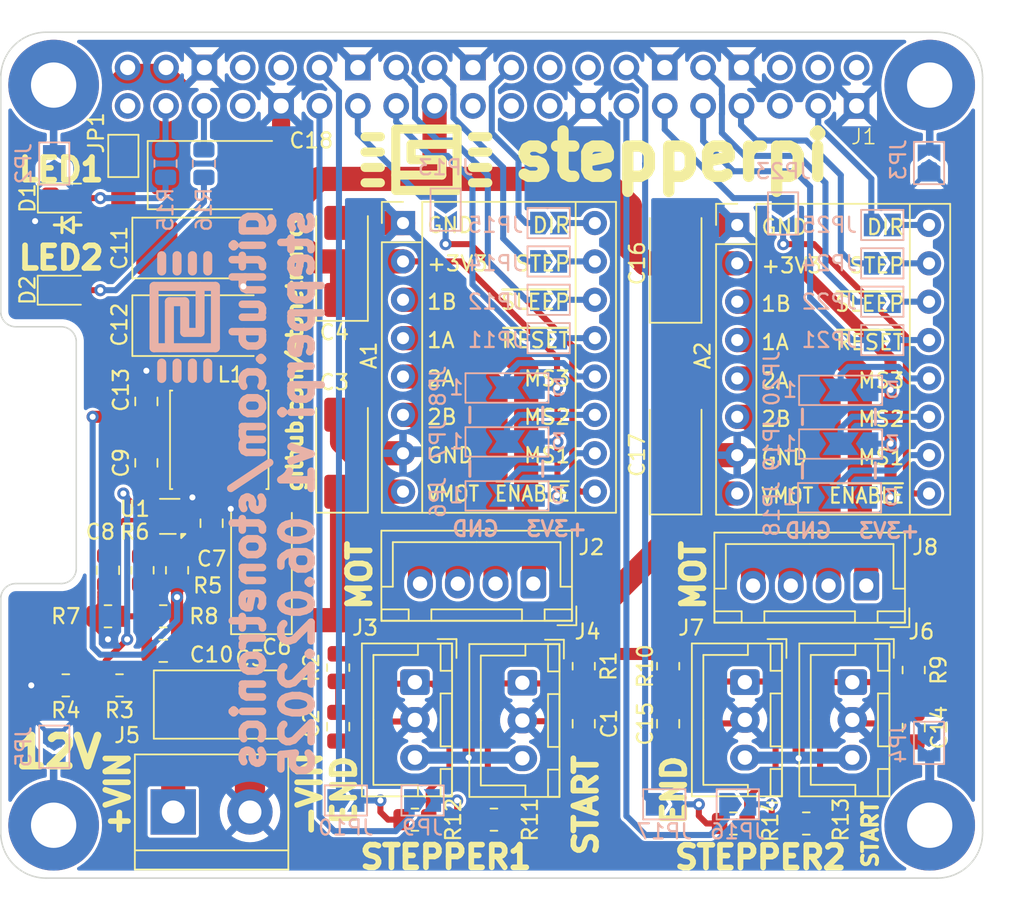
<source format=kicad_pcb>
(kicad_pcb (version 20241229) (generator "pcbnew") (generator_version "9.0")
  (layers (0 "F.Cu" signal) (2 "B.Cu" signal) (13 "F.Paste" user) (15 "B.Paste" user) (5 "F.SilkS" user "F.Silkscreen") (7 "B.SilkS" user "B.Silkscreen") (1 "F.Mask" user) (3 "B.Mask" user) (25 "Edge.Cuts" user))
  (net 0 "")
  (net 1 "+3V3")
  (net 6 "Net-(D1-A)")
  (net 8 "Net-(D2-A)")
  (net 9 "GND")
  (net 10 "/LED1")
  (net 11 "Net-(A1-2B)")
  (net 12 "/LED2")
  (net 13 "Net-(A1-2A)")
  (net 14 "Net-(A1-1A)")
  (net 19 "Net-(A1-1B)")
  (net 22 "VIN")
  (net 24 "+5V")
  (net 26 "Net-(A1-DIR)")
  (net 27 "Net-(A1-~{ENABLE})")
  (net 28 "Net-(A1-STEP)")
  (net 29 "Net-(A1-MS1)")
  (net 30 "Net-(A1-~{SLEEP})")
  (net 31 "Net-(A1-MS2)")
  (net 32 "Net-(A1-~{RESET})")
  (net 33 "Net-(A1-MS3)")
  (net 34 "Net-(J4-Pin_1)")
  (net 35 "Net-(J3-Pin_1)")
  (net 36 "Net-(JP3-B)")
  (net 37 "Net-(JP2-B)")
  (net 38 "Net-(JP4-B)")
  (net 39 "Net-(JP5-B)")
  (net 40 "/STEPPER1_START_ES")
  (net 41 "/STEPPER1_END_ES")
  (net 42 "/STEPPER1_~{RESET}")
  (net 43 "/STEPPER1_~{SLEEP}")
  (net 44 "/STEPPER1_~{ENABLE}")
  (net 45 "/STEPPER1_STEP")
  (net 46 "/STEPPER1_DIR")
  (net 47 "Net-(U1-SS)")
  (net 48 "Net-(U1-SW)")
  (net 49 "Net-(U1-BST)")
  (net 50 "Net-(C10-Pad1)")
  (net 51 "Net-(U1-EN)")
  (net 52 "Net-(U1-PG)")
  (net 53 "Net-(U1-FB)")
  (net 54 "Net-(A2-MS2)")
  (net 55 "Net-(A2-MS1)")
  (net 56 "Net-(A2-~{RESET})")
  (net 57 "Net-(A2-1B)")
  (net 58 "Net-(A2-~{ENABLE})")
  (net 59 "Net-(A2-~{SLEEP})")
  (net 60 "Net-(A2-2A)")
  (net 61 "Net-(A2-MS3)")
  (net 62 "Net-(A2-1A)")
  (net 63 "Net-(A2-STEP)")
  (net 64 "Net-(A2-2B)")
  (net 65 "Net-(A2-DIR)")
  (net 66 "Net-(J6-Pin_1)")
  (net 67 "Net-(J7-Pin_1)")
  (net 68 "Net-(JP1-B)")
  (net 69 "Net-(JP9-B)")
  (net 70 "Net-(JP10-B)")
  (net 71 "Net-(JP16-B)")
  (net 72 "/STEPPER2_START_ES")
  (net 73 "/STEPPER2_END_ES")
  (net 74 "Net-(JP17-B)")
  (net 75 "/STEPPER2_~{RESET}")
  (net 76 "/STEPPER2_~{SLEEP}")
  (net 77 "/STEPPER2_~{ENABLE}")
  (net 78 "/STEPPER2_STEP")
  (net 79 "/STEPPER2_DIR")
  (footprint "Resistor_SMD:R_0805_2012Metric" (layer "F.Cu") (at 158.242 105.664)
    (property "Reference" "R14")
    (property "Value" "33R")
  )
  (footprint "Resistor_SMD:R_0805_2012Metric" (layer "F.Cu") (at 132.08 95.344 -90)
    (property "Reference" "R2")
    (property "Value" "1K")
  )
  (footprint "Capacitor_Tantalum_SMD:CP_EIA-6032-28_Kemet-C_Pad2.25x2.35mm_HandSolder" (layer "F.Cu") (at 132.334 68.453 90)
    (property "Reference" "C4")
    (property "Value" "10u/25V")
  )
  (footprint "Resistor_SMD:R_0805_2012Metric" (layer "F.Cu") (at 116.84 91.948 180)
    (property "Reference" "R7")
    (property "Value" "10k")
  )
  (footprint "Resistor_SMD:R_0805_2012Metric" (layer "F.Cu") (at 120.4995 91.948)
    (property "Reference" "R8")
    (property "Value" "90k9")
  )
  (footprint "Capacitor_SMD:C_0805_2012Metric" (layer "F.Cu") (at 120.4995 94.234)
    (property "Reference" "C10")
    (property "Value" "300p")
  )
  (footprint "Capacitor_Tantalum_SMD:CP_EIA-6032-28_Kemet-C_Pad2.25x2.35mm_HandSolder" (layer "F.Cu") (at 154.422 68.58 90)
    (property "Reference" "C16")
    (property "Value" "10u/25V")
  )
  (footprint "Capacitor_SMD:C_0805_2012Metric" (layer "F.Cu") (at 119.38 81.788 90)
    (property "Reference" "C9")
    (property "Value" "100n")
  )
  (footprint "Resistor_SMD:R_0805_2012Metric" (layer "F.Cu") (at 121.412 88.9 -90)
    (property "Reference" "R5")
    (property "Value" "10k")
  )
  (footprint "Resistor_SMD:R_0805_2012Metric" (layer "F.Cu") (at 119.126 88.9 -90)
    (property "Reference" "R6")
    (property "Value" "10k")
  )
  (footprint "Connector_JST:JST_XH_B3B-XH-A_1x03_P2.50mm_Vertical" (layer "F.Cu") (at 144.272 96.346 -90)
    (property "Reference" "J4")
    (property "Value" "JST XH")
  )
  (footprint "Capacitor_Tantalum_SMD:CP_EIA-7343-31_Kemet-D_Pad2.25x2.55mm_HandSolder" (layer "F.Cu") (at 124.46 97.79)
    (property "Reference" "C5")
    (property "Value" "min 100uF/ min 16V")
  )
  (footprint "A4988:Pololu_Breakout-16_15.2x20.3mm" (layer "F.Cu") (at 136.371 65.913)
    (property "Reference" "A1")
    (property "Value" "Pololu_Breakout_A4988")
  )
  (footprint "MPS_inductor:L_MPL-AL6060-6R8" (layer "F.Cu") (at 124.206 80.264 90)
    (property "Reference" "L1")
    (property "Value" "6u8")
  )
  (footprint "Capacitor_SMD:C_0805_2012Metric" (layer "F.Cu") (at 116.84 88.9 -90)
    (property "Reference" "C8")
    (property "Value" "22n")
  )
  (footprint "Capacitor_Tantalum_SMD:CP_EIA-7132-28_AVX-C_Pad2.72x3.50mm_HandSolder" (layer "F.Cu") (at 122.936 72.704)
    (property "Reference" "C12")
    (property "Value" "22u/25V")
  )
  (footprint "Resistor_SMD:R_0805_2012Metric" (layer "F.Cu") (at 137.16 105.41)
    (property "Reference" "R12")
    (property "Value" "33R")
  )
  (footprint "Capacitor_SMD:C_0805_2012Metric" (layer "F.Cu") (at 123.698 85.786 90)
    (property "Reference" "C7")
    (property "Value" "100n")
  )
  (footprint "Resistor_SMD:R_0805_2012Metric" (layer "F.Cu") (at 148.336 95.25 -90)
    (property "Reference" "R1")
    (property "Value" "1K")
  )
  (footprint "Capacitor_SMD:C_0805_2012Metric" (layer "F.Cu") (at 119.38 77.724 90)
    (property "Reference" "C13")
    (property "Value" "100n")
  )
  (footprint "Capacitor_Tantalum_SMD:CP_EIA-7132-28_AVX-C_Pad2.72x3.50mm_HandSolder" (layer "F.Cu") (at 127 88.646 90)
    (property "Reference" "C6")
    (property "Value" "22u/25V")
  )
  (footprint "LED_SMD:LED_0805_2012Metric_Pad1.15x1.40mm_HandSolder" (layer "F.Cu") (at 114.055 64.262)
    (property "Reference" "D1")
    (property "Value" "LED")
  )
  (footprint "Package_TO_SOT_SMD:SOT-583-8" (layer "F.Cu") (at 120.926 85.332 180)
    (property "Reference" "U1")
    (property "Value" "MP2338GTL")
  )
  (footprint "Connector_JST:JST_XH_B3B-XH-A_1x03_P2.50mm_Vertical" (layer "F.Cu") (at 166.116 96.306 -90)
    (property "Reference" "J6")
    (property "Value" "JST XH")
  )
  (footprint "Capacitor_SMD:C_0805_2012Metric" (layer "F.Cu") (at 170.18 99.314 -90)
    (property "Reference" "C14")
    (property "Value" "100n")
  )
  (footprint "Resistor_SMD:R_0805_2012Metric" (layer "F.Cu") (at 163.068 105.664)
    (property "Reference" "R13")
    (property "Value" "33R")
  )
  (footprint "A4988:Pololu_Breakout-16_15.2x20.3mm" (layer "F.Cu") (at 158.496 66.04)
    (property "Reference" "A2")
    (property "Value" "Pololu_Breakout_A4988")
  )
  (footprint "Resistor_SMD:R_0805_2012Metric" (layer "F.Cu") (at 170.18 95.504 -90)
    (property "Reference" "R9")
    (property "Value" "1K")
  )
  (footprint "Resistor_SMD:R_0805_2012Metric" (layer "F.Cu") (at 142.3905 105.41)
    (property "Reference" "R11")
    (property "Value" "33R")
  )
  (footprint "Connector_JST:JST_XH_B4B-XH-A_1x04_P2.50mm_Vertical" (layer "F.Cu") (at 167.042 89.916 180)
    (property "Reference" "J8")
    (property "Value" "JST XH")
  )
  (footprint "Capacitor_SMD:C_0805_2012Metric" (layer "F.Cu") (at 148.336 99.06 -90)
    (property "Reference" "C1")
    (property "Value" "100n")
  )
  (footprint "Capacitor_Tantalum_SMD:CP_EIA-6032-28_Kemet-C_Pad2.25x2.35mm_HandSolder" (layer "F.Cu") (at 132.334 81.153 90)
    (property "Reference" "C3")
    (property "Value" "10u/25V")
  )
  (footprint "Connector_JST:JST_XH_B3B-XH-A_1x03_P2.50mm_Vertical" (layer "F.Cu") (at 159.004 96.306 -90)
    (property "Reference" "J7")
    (property "Value" "JST XH")
  )
  (footprint "Capacitor_SMD:C_0805_2012Metric" (layer "F.Cu") (at 132.08 99.2575 -90)
    (property "Reference" "C2")
    (property "Value" "100n")
  )
  (footprint "Capacitor_Tantalum_SMD:CP_EIA-7343-31_Kemet-D_Pad2.25x2.55mm_HandSolder" (layer "F.Cu") (at 124.054 62.738)
    (property "Reference" "C18")
    (property "Value" "min 100uF/ min 16V")
  )
  (footprint "Connector_JST:JST_XH_B4B-XH-A_1x04_P2.50mm_Vertical" (layer "F.Cu") (at 144.997 89.789 180)
    (property "Reference" "J2")
    (property "Value" "JST XH")
  )
  (footprint "Capacitor_SMD:C_0805_2012Metric" (layer "F.Cu") (at 153.924 99.06 -90)
    (property "Reference" "C15")
    (property "Value" "100n")
  )
  (footprint "Capacitor_Tantalum_SMD:CP_EIA-7132-28_AVX-C_Pad2.72x3.50mm_HandSolder" (layer "F.Cu") (at 122.936 67.564)
    (property "Reference" "C11")
    (property "Value" "22u/25V")
  )
  (footprint "LED_SMD:LED_0805_2012Metric_Pad1.15x1.40mm_HandSolder" (layer "F.Cu") (at 114.046 70.358)
    (property "Reference" "D2")
    (property "Value" "LED")
  )
  (footprint "Capacitor_Tantalum_SMD:CP_EIA-6032-28_Kemet-C_Pad2.25x2.35mm_HandSolder" (layer "F.Cu") (at 154.422 81.27 90)
    (property "Reference" "C17")
    (property "Value" "10u/25V")
  )
  (footprint "TerminalBlock:TerminalBlock_bornier-2_P5.08mm" (layer "F.Cu") (at 121.158 104.902)
    (property "Reference" "J5")
    (property "Value" "Screw_Terminal_01x02")
  )
  (footprint "Jumper:SolderJumper-2_P1.3mm_Open_TrianglePad1.0x1.5mm" (layer "F.Cu") (at 117.856 61.468 90)
    (property "Reference" "JP1")
    (property "Value" "Jumper_2_Small_Bridged")
  )
  (footprint "Resistor_SMD:R_0805_2012Metric" (layer "F.Cu") (at 153.924 95.25 -90)
    (property "Reference" "R10")
    (property "Value" "1K")
  )
  (footprint "Resistor_SMD:R_0805_2012Metric" (layer "F.Cu") (at 114.046 96.52 180)
    (property "Reference" "R4")
    (property "Value" "49k9")
  )
  (footprint "RPI_Hat:RPI_Hat_B+ no display slot" (layer "F.Cu") (at 142.24 56.78)
    (property "Reference" "J1")
    (property "Value" "RPi_GPIO")
    (fp_line (start -32.5 -0.5) (end -32.5 15) (stroke (width 0.1)) (layer "Edge.Cuts"))
    (fp_line (start -32.5 34) (end -32.5 49.5) (stroke (width 0.1)) (layer "Edge.Cuts"))
    (fp_line (start -31.5 16) (end -28.5 16) (stroke (width 0.1)) (layer "Edge.Cuts"))
    (fp_line (start -31.5 33) (end -28.5 33) (stroke (width 0.1)) (layer "Edge.Cuts"))
    (fp_line (start -29.5 -3.5) (end 29.5 -3.5) (stroke (width 0.1)) (layer "Edge.Cuts"))
    (fp_line (start -29.5 52.5) (end 29.5 52.5) (stroke (width 0.1)) (layer "Edge.Cuts"))
    (fp_line (start -27.5 17) (end -27.5 32) (stroke (width 0.1)) (layer "Edge.Cuts"))
    (fp_line (start 32.5 -0.5) (end 32.5 49.5) (stroke (width 0.1)) (layer "Edge.Cuts"))
    (fp_arc (start -32.5 -0.5) (mid -31.62132 -2.62132) (end -29.5 -3.5) (stroke (width 0.1)) (layer "Edge.Cuts"))
    (fp_arc (start -32.5 34) (mid -32.207107 33.292893) (end -31.5 33) (stroke (width 0.1)) (layer "Edge.Cuts"))
    (fp_arc (start -31.5 16) (mid -32.207107 15.707107) (end -32.5 15) (stroke (width 0.1)) (layer "Edge.Cuts"))
    (fp_arc (start -29.5 52.5) (mid -31.62132 51.62132) (end -32.5 49.5) (stroke (width 0.1)) (layer "Edge.Cuts"))
    (fp_arc (start -28.5 16) (mid -27.792893 16.292893) (end -27.5 17) (stroke (width 0.1)) (layer "Edge.Cuts"))
    (fp_arc (start -27.5 32) (mid -27.792893 32.707107) (end -28.5 33) (stroke (width 0.1)) (layer "Edge.Cuts"))
    (fp_arc (start 29.5 -3.5) (mid 31.62132 -2.62132) (end 32.5 -0.5) (stroke (width 0.1)) (layer "Edge.Cuts"))
    (fp_arc (start 32.5 49.5) (mid 31.62132 51.62132) (end 29.5 52.5) (stroke (width 0.1)) (layer "Edge.Cuts"))
  )
  (footprint "Resistor_SMD:R_0805_2012Metric" (layer "F.Cu") (at 117.602 96.52 180)
    (property "Reference" "R3")
    (property "Value" "191k")
  )
  (footprint "Connector_JST:JST_XH_B3B-XH-A_1x03_P2.50mm_Vertical" (layer "F.Cu") (at 137.16 96.306 -90)
    (property "Reference" "J3")
    (property "Value" "JST XH")
  )
  (footprint "Jumper:SolderJumper-2_P1.3mm_Open_TrianglePad1.0x1.5mm" (layer "B.Cu") (at 168.101 71.12)
    (property "Reference" "JP22")
    (property "Value" "Jumper_2_Small_Bridged")
  )
  (footprint "Jumper:SolderJumper-2_P1.3mm_Open_TrianglePad1.0x1.5mm" (layer "B.Cu") (at 113.284 61.976 90)
    (property "Reference" "JP2")
    (property "Value" "Jumper_2_Small_Bridged")
  )
  (footprint "Resistor_SMD:R_0805_2012Metric" (layer "B.Cu") (at 120.65 61.976 90)
    (property "Reference" "R15")
    (property "Value" "33R")
  )
  (footprint "Jumper:SolderJumper-3_P2.0mm_Open_TrianglePad1.0x1.5mm_NumberLabels" (layer "B.Cu") (at 165.274 84.074)
    (property "Reference" "JP18")
    (property "Value" "Jumper_3_Bridged12")
  )
  (footprint "Jumper:SolderJumper-2_P1.3mm_Open_TrianglePad1.0x1.5mm" (layer "B.Cu") (at 113.284 100.584 -90)
    (property "Reference" "JP5")
    (property "Value" "Jumper_2_Small_Bridged")
  )
  (footprint "Jumper:SolderJumper-2_P1.3mm_Open_TrianglePad1.0x1.5mm" (layer "B.Cu") (at 139.192 65.024 -90)
    (property "Reference" "JP13")
    (property "Value" "Jumper_2_Small_Bridged")
  )
  (footprint "Jumper:SolderJumper-2_P1.3mm_Open_TrianglePad1.0x1.5mm" (layer "B.Cu") (at 161.534 65.278 -90)
    (property "Reference" "JP23")
    (property "Value" "Jumper_2_Small_Bridged")
  )
  (footprint "Jumper:SolderJumper-2_P1.3mm_Open_TrianglePad1.0x1.5mm" (layer "B.Cu") (at 158.533 104.394)
    (property "Reference" "JP16")
    (property "Value" "Jumper_2_Small_Bridged")
  )
  (footprint "Jumper:SolderJumper-2_P1.3mm_Open_TrianglePad1.0x1.5mm" (layer "B.Cu") (at 171.196 61.939 90)
    (property "Reference" "JP3")
    (property "Value" "Jumper_2_Small_Bridged")
  )
  (footprint "Jumper:SolderJumper-2_P1.3mm_Open_TrianglePad1.0x1.5mm" (layer "B.Cu") (at 146.013 68.453)
    (property "Reference" "JP14")
    (property "Value" "Jumper_2_Small_Bridged")
  )
  (footprint "Jumper:SolderJumper-2_P1.3mm_Open_TrianglePad1.0x1.5mm" (layer "B.Cu") (at 146.013 65.913)
    (property "Reference" "JP15")
    (property "Value" "Jumper_2_Small_Bridged")
  )
  (footprint "Jumper:SolderJumper-3_P2.0mm_Open_TrianglePad1.0x1.5mm_NumberLabels" (layer "B.Cu") (at 165.344 76.962)
    (property "Reference" "JP20")
    (property "Value" "Jumper_3_Bridged12")
  )
  (footprint "Jumper:SolderJumper-3_P2.0mm_Open_TrianglePad1.0x1.5mm_NumberLabels" (layer "B.Cu") (at 143.256 83.947)
    (property "Reference" "JP6")
    (property "Value" "Jumper_3_Bridged12")
  )
  (footprint "Jumper:SolderJumper-2_P1.3mm_Open_TrianglePad1.0x1.5mm" (layer "B.Cu") (at 137.668 104.14)
    (property "Reference" "JP9")
    (property "Value" "Jumper_2_Small_Bridged")
  )
  (footprint "Resistor_SMD:R_0805_2012Metric" (layer "B.Cu") (at 123.19 61.976 90)
    (property "Reference" "R16")
    (property "Value" "33R")
  )
  (footprint "Jumper:SolderJumper-3_P2.0mm_Open_TrianglePad1.0x1.5mm_NumberLabels" (layer "B.Cu") (at 143.256 76.807)
    (property "Reference" "JP8")
    (property "Value" "Jumper_3_Bridged12")
  )
  (footprint "Jumper:SolderJumper-2_P1.3mm_Open_TrianglePad1.0x1.5mm" (layer "B.Cu") (at 153.67 104.394)
    (property "Reference" "JP17")
    (property "Value" "Jumper_2_Small_Bridged")
  )
  (footprint "Jumper:SolderJumper-2_P1.3mm_Open_TrianglePad1.0x1.5mm" (layer "B.Cu") (at 146.013 73.533)
    (property "Reference" "JP11")
    (property "Value" "Jumper_2_Small_Bridged")
  )
  (footprint "Jumper:SolderJumper-2_P1.3mm_Open_TrianglePad1.0x1.5mm" (layer "B.Cu") (at 171.196 100.33 -90)
    (property "Reference" "JP4")
    (property "Value" "Jumper_2_Small_Bridged")
  )
  (footprint "Jumper:SolderJumper-2_P1.3mm_Open_TrianglePad1.0x1.5mm" (layer "B.Cu") (at 146.013 70.993)
    (property "Reference" "JP12")
    (property "Value" "Jumper_2_Small_Bridged")
  )
  (footprint "Jumper:SolderJumper-2_P1.3mm_Open_TrianglePad1.0x1.5mm" (layer "B.Cu") (at 168.101 73.66)
    (property "Reference" "JP21")
    (property "Value" "Jumper_2_Small_Bridged")
  )
  (footprint "Jumper:SolderJumper-2_P1.3mm_Open_TrianglePad1.0x1.5mm" (layer "B.Cu") (at 168.101 66.04)
    (property "Reference" "JP25")
    (property "Value" "Jumper_2_Small_Bridged")
  )
  (footprint "Jumper:SolderJumper-3_P2.0mm_Open_TrianglePad1.0x1.5mm_NumberLabels" (layer "B.Cu") (at 165.344 80.518)
    (property "Reference" "JP19")
    (property "Value" "Jumper_3_Bridged12")
  )
  (footprint "Jumper:SolderJumper-3_P2.0mm_Open_TrianglePad1.0x1.5mm_NumberLabels" (layer "B.Cu") (at 143.256 80.377)
    (property "Reference" "JP7")
    (property "Value" "Jumper_3_Bridged12")
  )
  (footprint "Jumper:SolderJumper-2_P1.3mm_Open_TrianglePad1.0x1.5mm" (layer "B.Cu") (at 132.588 104.14)
    (property "Reference" "JP10")
    (property "Value" "Jumper_2_Small_Bridged")
  )
  (footprint "Jumper:SolderJumper-2_P1.3mm_Open_TrianglePad1.0x1.5mm" (layer "B.Cu") (at 168.101 68.58)
    (property "Reference" "JP24")
    (property "Value" "Jumper_2_Small_Bridged")
  )
  (gr_line (start 114.554 66.548) (end 114.554 65.532) (stroke (width 0.2)) (layer "F.SilkS"))
  (gr_line (start 140.97 63.246) (end 141.986 63.246) (stroke (width 0.6)) (layer "F.SilkS"))
  (gr_line (start 114.554 66.548) (end 113.792 66.04) (stroke (width 0.2)) (layer "F.SilkS"))
  (gr_line (start 114.554 66.04) (end 115.062 66.04) (stroke (width 0.2)) (layer "F.SilkS"))
  (gr_line (start 139.954 63.754) (end 135.89 63.754) (stroke (width 0.6)) (layer "F.SilkS"))
  (gr_line (start 140.97 62.23) (end 141.986 62.23) (stroke (width 0.6)) (layer "F.SilkS"))
  (gr_line (start 113.792 66.04) (end 113.284 66.04) (stroke (width 0.2)) (layer "F.SilkS"))
  (gr_line (start 133.858 60.198) (end 134.874 60.198) (stroke (width 0.6)) (layer "F.SilkS"))
  (gr_line (start 138.938 61.722) (end 138.938 62.738) (stroke (width 0.6)) (layer "F.SilkS"))
  (gr_line (start 138.938 62.738) (end 135.89 62.738) (stroke (width 0.6)) (layer "F.SilkS"))
  (gr_line (start 140.97 60.198) (end 141.986 60.198) (stroke (width 0.6)) (layer "F.SilkS"))
  (gr_line (start 139.954 60.706) (end 136.906 60.706) (stroke (width 0.6)) (layer "F.SilkS"))
  (gr_line (start 139.954 59.69) (end 139.954 63.754) (stroke (width 0.6)) (layer "F.SilkS"))
  (gr_line (start 133.858 63.246) (end 134.874 63.246) (stroke (width 0.6)) (layer "F.SilkS"))
  (gr_line (start 136.906 60.706) (end 136.906 61.722) (stroke (width 0.6)) (layer "F.SilkS"))
  (gr_line (start 113.792 66.04) (end 114.554 65.532) (stroke (width 0.2)) (layer "F.SilkS"))
  (gr_line (start 138.938 61.722) (end 136.906 61.722) (stroke (width 0.6)) (layer "F.SilkS"))
  (gr_line (start 139.954 59.69) (end 135.89 59.69) (stroke (width 0.6)) (layer "F.SilkS"))
  (gr_line (start 133.858 61.214) (end 134.874 61.214) (stroke (width 0.6)) (layer "F.SilkS"))
  (gr_line (start 140.97 61.214) (end 141.986 61.214) (stroke (width 0.6)) (layer "F.SilkS"))
  (gr_line (start 135.89 59.69) (end 135.89 63.754) (stroke (width 0.6)) (layer "F.SilkS"))
  (gr_line (start 133.858 62.23) (end 134.874 62.23) (stroke (width 0.6)) (layer "F.SilkS"))
  (gr_line (start 113.792 65.532) (end 113.792 66.548) (stroke (width 0.2)) (layer "F.SilkS"))
  (gr_line (start 121.412 68.072) (end 121.412 69.088) (stroke (width 0.6)) (layer "B.SilkS"))
  (gr_line (start 119.888 70.104) (end 123.952 70.104) (stroke (width 0.6)) (layer "B.SilkS"))
  (gr_line (start 121.92 73.152) (end 121.92 71.12) (stroke (width 0.6)) (layer "B.SilkS"))
  (gr_line (start 167.64 79.248) (end 167.64 78.232) (stroke (width 0.2)) (layer "B.SilkS"))
  (gr_line (start 121.92 73.152) (end 122.936 73.152) (stroke (width 0.6)) (layer "B.SilkS"))
  (gr_line (start 167.64 82.804) (end 167.64 81.788) (stroke (width 0.2)) (layer "B.SilkS"))
  (gr_line (start 122.428 75.184) (end 122.428 76.2) (stroke (width 0.6)) (layer "B.SilkS"))
  (gr_line (start 121.412 75.184) (end 121.412 76.2) (stroke (width 0.6)) (layer "B.SilkS"))
  (gr_line (start 122.428 68.072) (end 122.428 69.088) (stroke (width 0.6)) (layer "B.SilkS"))
  (gr_line (start 120.396 75.184) (end 120.396 76.2) (stroke (width 0.6)) (layer "B.SilkS"))
  (gr_line (start 119.888 74.168) (end 119.888 70.104) (stroke (width 0.6)) (layer "B.SilkS"))
  (gr_line (start 120.396 68.072) (end 120.396 69.088) (stroke (width 0.6)) (layer "B.SilkS"))
  (gr_line (start 162.814 82.804) (end 162.814 81.788) (stroke (width 0.2)) (layer "B.SilkS"))
  (gr_line (start 123.952 74.168) (end 123.952 70.104) (stroke (width 0.6)) (layer "B.SilkS"))
  (gr_line (start 120.904 71.12) (end 121.92 71.12) (stroke (width 0.6)) (layer "B.SilkS"))
  (gr_line (start 140.796 79.121) (end 140.796 78.105) (stroke (width 0.2)) (layer "B.SilkS"))
  (gr_line (start 120.904 74.168) (end 120.904 71.12) (stroke (width 0.6)) (layer "B.SilkS"))
  (gr_line (start 123.444 75.184) (end 123.444 76.2) (stroke (width 0.6)) (layer "B.SilkS"))
  (gr_line (start 145.622 79.121) (end 145.622 78.105) (stroke (width 0.2)) (layer "B.SilkS"))
  (gr_line (start 145.622 82.677) (end 145.622 81.661) (stroke (width 0.2)) (layer "B.SilkS"))
  (gr_line (start 140.796 82.677) (end 140.796 81.661) (stroke (width 0.2)) (layer "B.SilkS"))
  (gr_line (start 119.888 74.168) (end 123.952 74.168) (stroke (width 0.6)) (layer "B.SilkS"))
  (gr_line (start 122.936 73.152) (end 122.936 70.104) (stroke (width 0.6)) (layer "B.SilkS"))
  (gr_line (start 123.444 68.072) (end 123.444 69.088) (stroke (width 0.6)) (layer "B.SilkS"))
  (gr_line (start 162.814 79.248) (end 162.814 78.232) (stroke (width 0.2)) (layer "B.SilkS"))
  (gr_text "VMOT" (at 137.876842 84.419766 0) (layer "F.SilkS") (effects (font (size 1 0.9)) (justify left bottom)))
  (gr_text "12V" (at 110.49 102.108 0) (layer "F.SilkS") (effects (font (size 2 2) (thickness 0.5) (bold yes)) (justify left bottom)))
  (gr_text "STEPPER1" (at 133.357251 108.764733 0) (layer "F.SilkS") (effects (font (size 1.5 1.5) (thickness 0.375) (bold yes)) (justify left bottom)))
  (gr_text "END" (at 133.35 105.918 90) (layer "F.SilkS") (effects (font (size 1.5 1.5) (thickness 0.375) (bold yes)) (justify left bottom)))
  (gr_text "MS3" (at 169.652927 76.930187 0) (layer "F.SilkS") (effects (font (size 1 1)) (justify right bottom)))
  (gr_text "2A" (at 137.876842 76.799766 0) (layer "F.SilkS") (effects (font (size 1 1)) (justify left bottom)))
  (gr_text "~{RESET}" (at 169.652927 74.390187 0) (layer "F.SilkS") (effects (font (size 1 1)) (justify right bottom)))
  (gr_text "DIR" (at 169.652927 66.770187 0) (layer "F.SilkS") (effects (font (size 1 1)) (justify right bottom)))
  (gr_text "END" (at 155.194 105.918 90) (layer "F.SilkS") (effects (font (size 1.5 1.5) (thickness 0.375) (bold yes)) (justify left bottom)))
  (gr_text "~{SLEEP}" (at 169.652927 71.850187 0) (layer "F.SilkS") (effects (font (size 1 1)) (justify right bottom)))
  (gr_text "2B" (at 160.000927 79.470187 0) (layer "F.SilkS") (effects (font (size 1 1)) (justify left bottom)))
  (gr_text "2B" (at 137.876842 79.339766 0) (layer "F.SilkS") (effects (font (size 1 1)) (justify left bottom)))
  (gr_text "~{ENABLE}" (at 147.528842 84.419766 0) (layer "F.SilkS") (effects (font (size 1 0.9)) (justify right bottom)))
  (gr_text "stepperpi" (at 154.178 61.468 0) (layer "F.SilkS") (effects (font (size 3 3) (thickness 0.75) (bold yes))))
  (gr_text "+3V3" (at 137.876842 69.179766 0) (layer "F.SilkS") (effects (font (size 1 1)) (justify left bottom)))
  (gr_text "+3V3" (at 160.000927 69.310187 0) (layer "F.SilkS") (effects (font (size 1 1)) (justify left bottom)))
  (gr_text "LED1" (at 110.744 63.246 0) (layer "F.SilkS") (effects (font (size 1.5 1.5) (thickness 0.375) (bold yes)) (justify left bottom)))
  (gr_text "MS1" (at 169.652927 82.010187 0) (layer "F.SilkS") (effects (font (size 1 1)) (justify right bottom)))
  (gr_text "GND" (at 137.876842 81.879766 0) (layer "F.SilkS") (effects (font (size 1 1)) (justify left bottom)))
  (gr_text "START" (at 167.894 108.712 90) (layer "F.SilkS") (effects (font (size 1 1) (thickness 0.25) (bold yes)) (justify left bottom)))
  (gr_text "1A" (at 160.000927 74.390187 0) (layer "F.SilkS") (effects (font (size 1 1)) (justify left bottom)))
  (gr_text "VMOT" (at 160.000927 84.550187 0) (layer "F.SilkS") (effects (font (size 1 0.9)) (justify left bottom)))
  (gr_text "STEP" (at 147.528842 69.179766 0) (layer "F.SilkS") (effects (font (size 1 1)) (justify right bottom)))
  (gr_text "MOT" (at 134.366 91.694 90) (layer "F.SilkS") (effects (font (size 1.5 1.5) (thickness 0.375) (bold yes)) (justify left bottom)))
  (gr_text "MS3" (at 147.528842 76.799766 0) (layer "F.SilkS") (effects (font (size 1 1)) (justify right bottom)))
  (gr_text "GND" (at 160.000927 82.010187 0) (layer "F.SilkS") (effects (font (size 1 1)) (justify left bottom)))
  (gr_text "MOT" (at 156.464 91.694 90) (layer "F.SilkS") (effects (font (size 1.5 1.5) (thickness 0.375) (bold yes)) (justify left bottom)))
  (gr_text "MS2" (at 147.528842 79.339766 0) (layer "F.SilkS") (effects (font (size 1 1)) (justify right bottom)))
  (gr_text "~{SLEEP}" (at 147.528842 71.719766 0) (layer "F.SilkS") (effects (font (size 1 1)) (justify right bottom)))
  (gr_text "+VIN" (at 118.364 106.68 90) (layer "F.SilkS") (effects (font (size 1.5 1.5) (thickness 0.375) (bold yes)) (justify left bottom)))
  (gr_text "LED2" (at 110.744 69.088 0) (layer "F.SilkS") (effects (font (size 1.5 1.5) (thickness 0.375) (bold yes)) (justify left bottom)))
  (gr_text "1B" (at 160.000927 71.850187 0) (layer "F.SilkS") (effects (font (size 1 1)) (justify left bottom)))
  (gr_text "-VIN" (at 131.064 106.68 90) (layer "F.SilkS") (effects (font (size 1.5 1.5) (thickness 0.375) (bold yes)) (justify left bottom)))
  (gr_text "STEPPER2" (at 154.18068 108.777863 0) (layer "F.SilkS") (effects (font (size 1.5 1.5) (thickness 0.375) (bold yes)) (justify left bottom)))
  (gr_text "~{RESET}" (at 147.528842 74.259766 0) (layer "F.SilkS") (effects (font (size 1 1)) (justify right bottom)))
  (gr_text "2A" (at 160.000927 76.930187 0) (layer "F.SilkS") (effects (font (size 1 1)) (justify left bottom)))
  (gr_text "1A" (at 137.876842 74.259766 0) (layer "F.SilkS") (effects (font (size 1 1)) (justify left bottom)))
  (gr_text "GND" (at 137.876842 66.639766 0) (layer "F.SilkS") (effects (font (size 1 1)) (justify left bottom)))
  (gr_text "GND" (at 160.000927 66.770187 0) (layer "F.SilkS") (effects (font (size 1 1)) (justify left bottom)))
  (gr_text "~{ENABLE}" (at 169.652927 84.550187 0) (layer "F.SilkS") (effects (font (size 1 0.9)) (justify right bottom)))
  (gr_text "1B" (at 137.876842 71.719766 0) (layer "F.SilkS") (effects (font (size 1 1)) (justify left bottom)))
  (gr_text "START" (at 149.352 107.95 90) (layer "F.SilkS") (effects (font (size 1.5 1.5) (thickness 0.375) (bold yes)) (justify left bottom)))
  (gr_text "DIR" (at 147.528842 66.639766 0) (layer "F.SilkS") (effects (font (size 1 1)) (justify right bottom)))
  (gr_text "MS2" (at 169.652927 79.470187 0) (layer "F.SilkS") (effects (font (size 1 1)) (justify right bottom)))
  (gr_text "MS1" (at 147.528842 81.879766 0) (layer "F.SilkS") (effects (font (size 1 1)) (justify right bottom)))
  (gr_text "STEP" (at 169.652927 69.310187 0) (layer "F.SilkS") (effects (font (size 1 1)) (justify right bottom)))
  (gr_text "github.com/stonetronics" (at 129.794 83.82 90) (layer "F.SilkS") (effects (font (size 1 1) (thickness 0.25) (bold yes)) (justify left bottom)))
  (gr_text "+3V3" (at 170.688 86.868 0) (layer "B.SilkS") (effects (font (size 1 1) (thickness 0.2) (bold yes)) (justify left bottom mirror)))
  (gr_text "github.com/stonetronics\nstepperpi v1 06.02.2025" (at 130.556 64.77 90) (layer "B.SilkS") (effects (font (size 2 2) (thickness 0.5) (bold yes)) (justify left bottom mirror)))
  (gr_text "+3V3" (at 148.67 86.741 0) (layer "B.SilkS") (effects (font (size 1 1) (thickness 0.2) (bold yes)) (justify left bottom mirror)))
  (gr_text "GND" (at 164.846 86.868 0) (layer "B.SilkS") (effects (font (size 1 1) (thickness 0.2) (bold yes)) (justify left bottom mirror)))
  (gr_text "GND" (at 142.828 86.741 0) (layer "B.SilkS") (effects (font (size 1 1) (thickness 0.2) (bold yes)) (justify left bottom mirror)))
  (segment (start 170.3305 94.441) (end 168.91 94.441) (width 0.8) (layer "F.Cu") (net 1))
  (segment (start 129.54 67.31) (end 129.54 64.262) (width 1.6) (layer "F.Cu") (net 1))
  (segment (start 162.56 101.346) (end 162.56 94.488) (width 0.8) (layer "F.Cu") (net 1))
  (segment (start 149.606 62.992) (end 151.384 64.77) (width 1.6) (layer "F.Cu") (net 1))
  (segment (start 162.56 94.488) (end 162.513 94.441) (width 0.8) (layer "F.Cu") (net 1))
  (segment (start 170.434 87.122) (end 170.434 94.3375) (width 0.8) (layer "F.Cu") (net 1))
  (segment (start 132.08 68.453) (end 132.334 68.707) (width 1.6) (layer "F.Cu") (net 1))
  (segment (start 129.54 64.262) (end 130.81 62.992) (width 1.6) (layer "F.Cu") (net 1))
  (segment (start 132.0895 94.441) (end 132.08 94.4315) (width 0.4) (layer "F.Cu") (net 1))
  (segment (start 140.716 94.441) (end 140.716 101.306) (width 0.8) (layer "F.Cu") (net 1))
  (segment (start 138.46 58.158) (end 138.46 62.962) (width 1.6) (layer "F.Cu") (net 1))
  (segment (start 136.371 68.453) (end 130.683 68.453) (width 1.6) (layer "F.Cu") (net 1))
  (segment (start 158.496 68.58) (end 155.184 68.58) (width 1.6) (layer "F.Cu") (net 1))
  (segment (start 151.384 64.77) (end 151.384 67.564) (width 1.6) (layer "F.Cu") (net 1))
  (segment (start 162.052 94.441) (end 140.716 94.441) (width 0.8) (layer "F.Cu") (net 1))
  (segment (start 158.75 68.834) (end 158.496 68.58) (width 0.8) (layer "F.Cu") (net 1))
  (segment (start 130.683 68.453) (end 129.54 67.31) (width 1.6) (layer "F.Cu") (net 1))
  (segment (start 168.646 83.312) (end 168.646 80.518) (width 0.8) (layer "F.Cu") (net 1))
  (segment (start 146.567 74.812) (end 140.208 68.453) (width 0.4) (layer "F.Cu") (net 1))
  (segment (start 162.56 68.834) (end 158.75 68.834) (width 0.8) (layer "F.Cu") (net 1))
  (segment (start 146.595 83.947) (end 146.595 76.835) (width 0.4) (layer "F.Cu") (net 1))
  (segment (start 168.646 74.92) (end 162.56 68.834) (width 0.8) (layer "F.Cu") (net 1))
  (segment (start 140.716 94.441) (end 132.0895 94.441) (width 0.8) (layer "F.Cu") (net 1))
  (segment (start 168.646 84.074) (end 168.646 83.312) (width 0.8) (layer "F.Cu") (net 1))
  (segment (start 168.646 83.312) (end 168.646 85.334) (width 0.8) (layer "F.Cu") (net 1))
  (segment (start 140.208 68.453) (end 139.192 68.453) (width 0.4) (layer "F.Cu") (net 1))
  (segment (start 155.184 68.58) (end 154.422 68.58) (width 1.6) (layer "F.Cu") (net 1))
  (segment (start 168.646 85.334) (end 170.434 87.122) (width 0.8) (layer "F.Cu") (net 1))
  (segment (start 170.434 94.3375) (end 170.3305 94.441) (width 0.8) (layer "F.Cu") (net 1))
  (segment (start 169.418 94.441) (end 162.052 94.441) (width 0.8) (layer "F.Cu") (net 1))
  (segment (start 138.46 62.962) (end 138.43 62.992) (width 1.6) (layer "F.Cu") (net 1))
  (segment (start 130.81 62.992) (end 138.43 62.992) (width 1.6) (layer "F.Cu") (net 1))
  (segment (start 148.2325 94.234) (end 148.336 94.3375) (width 0.4) (layer "F.Cu") (net 1))
  (segment (start 138.43 62.992) (end 149.606 62.992) (width 1.6) (layer "F.Cu") (net 1))
  (segment (start 162.513 94.441) (end 162.052 94.441) (width 0.8) (layer "F.Cu") (net 1))
  (segment (start 139.192 68.453) (end 136.371 68.453) (width 0.4) (layer "F.Cu") (net 1))
  (segment (start 132.1835 94.535) (end 132.08 94.4315) (width 0.4) (layer "F.Cu") (net 1))
  (segment (start 132.334 68.707) (end 132.334 71.003) (width 1.6) (layer "F.Cu") (net 1))
  (segment (start 168.646 76.962) (end 168.646 74.92) (width 0.8) (layer "F.Cu") (net 1))
  (segment (start 151.384 67.564) (end 152.4 68.58) (width 1.6) (layer "F.Cu") (net 1))
  (segment (start 146.567 76.807) (end 146.567 74.812) (width 0.4) (layer "F.Cu") (net 1))
  (segment (start 154.422 68.58) (end 154.422 71.13) (width 1.6) (layer "F.Cu") (net 1))
  (segment (start 170.18 94.5915) (end 170.0295 94.441) (width 0.4) (layer "F.Cu") (net 1))
  (segment (start 168.646 80.518) (end 168.646 76.962) (width 0.8) (layer "F.Cu") (net 1))
  (segment (start 136.371 68.453) (end 132.08 68.453) (width 1.6) (layer "F.Cu") (net 1))
  (segment (start 170.0295 94.441) (end 169.418 94.441) (width 0.8) (layer "F.Cu") (net 1))
  (segment (start 152.4 68.58) (end 155.184 68.58) (width 1.6) (layer "F.Cu") (net 1))
  (via (at 168.646 84.074) (size 0.8) (drill 0.4) (layers "F.Cu" "B.Cu") (net 1))
  (via (at 146.567 76.807) (size 0.8) (drill 0.4) (layers "F.Cu" "B.Cu") (net 1))
  (via (at 140.716 101.306) (size 0.8) (drill 0.4) (layers "F.Cu" "B.Cu") (net 1))
  (via (at 146.595 80.391) (size 0.8) (drill 0.4) (layers "F.Cu" "B.Cu") (net 1))
  (via (at 168.646 80.518) (size 0.8) (drill 0.4) (layers "F.Cu" "B.Cu") (net 1))
  (via (at 168.646 76.962) (size 0.8) (drill 0.4) (layers "F.Cu" "B.Cu") (net 1))
  (via (at 162.56 101.346) (size 0.8) (drill 0.4) (layers "F.Cu" "B.Cu") (net 1))
  (via (at 146.558 83.947) (size 0.8) (drill 0.4) (layers "F.Cu" "B.Cu") (net 1))
  (segment (start 146.581 80.377) (end 146.595 80.391) (width 0.4) (layer "B.Cu") (net 1))
  (segment (start 137.16 101.306) (end 144.232 101.306) (width 0.8) (layer "B.Cu") (net 1))
  (segment (start 145.256 80.377) (end 146.581 80.377) (width 0.4) (layer "B.Cu") (net 1))
  (segment (start 146.567 76.807) (end 146.595 76.835) (width 0.4) (layer "B.Cu") (net 1))
  (segment (start 144.232 101.306) (end 144.272 101.346) (width 0.8) (layer "B.Cu") (net 1))
  (segment (start 145.256 83.947) (end 146.595 83.947) (width 0.4) (layer "B.Cu") (net 1))
  (segment (start 168.646 80.518) (end 167.344 80.518) (width 0.4) (layer "B.Cu") (net 1))
  (segment (start 145.256 76.807) (end 146.567 76.807) (width 0.4) (layer "B.Cu") (net 1))
  (segment (start 168.646 76.962) (end 167.344 76.962) (width 0.4) (layer "B.Cu") (net 1))
  (segment (start 167.274 84.074) (end 168.646 84.074) (width 0.4) (layer "B.Cu") (net 1))
  (segment (start 159.004 101.306) (end 166.116 101.306) (width 0.8) (layer "B.Cu") (net 1))
  (segment (start 115.08 64.262) (end 116.332 64.262) (width 0.4) (layer "F.Cu") (net 6))
  (via (at 116.332 64.262) (size 0.8) (drill 0.4) (layers "F.Cu" "B.Cu") (net 6))
  (segment (start 120.142 64.262) (end 120.65 63.754) (width 0.4) (layer "B.Cu") (net 6))
  (segment (start 116.332 64.262) (end 120.142 64.262) (width 0.4) (layer "B.Cu") (net 6))
  (segment (start 120.65 63.754) (end 120.65 62.8885) (width 0.4) (layer "B.Cu") (net 6))
  (segment (start 115.071 70.358) (end 116.332 70.358) (width 0.4) (layer "F.Cu") (net 8))
  (via (at 116.332 70.358) (size 0.8) (drill 0.4) (layers "F.Cu" "B.Cu") (net 8))
  (segment (start 116.332 70.358) (end 117.348 70.358) (width 0.4) (layer "B.Cu") (net 8))
  (segment (start 117.348 70.358) (end 123.19 64.516) (width 0.4) (layer "B.Cu") (net 8))
  (segment (start 123.19 64.516) (end 123.19 62.8885) (width 0.4) (layer "B.Cu") (net 8))
  (segment (start 115.9275 91.948) (end 115.9275 91.5905) (width 0.4) (layer "F.Cu") (net 9))
  (segment (start 148.336 100.01) (end 147 100.01) (width 0.4) (layer "F.Cu") (net 9))
  (segment (start 113.021 66.802) (end 113.03 66.793) (width 0.4) (layer "F.Cu") (net 9))
  (segment (start 147 100.01) (end 145.883 98.893) (width 0.4) (layer "F.Cu") (net 9))
  (segment (start 167.62 99.04) (end 168.844 100.264) (width 0.4) (layer "F.Cu") (net 9))
  (segment (start 126.238 104.902) (end 126.238 102.616) (width 2) (layer "F.Cu") (net 9))
  (segment (start 136.371 81.153) (end 133.096 81.153) (width 1.6) (layer "F.Cu") (net 9))
  (segment (start 121.666 84.582) (end 122.428 84.582) (width 0.3) (layer "F.Cu") (net 9))
  (segment (start 145.883 98.893) (end 144.272 98.893) (width 0.4) (layer "F.Cu") (net 9))
  (segment (start 132.08 100.2075) (end 133.4725 100.2075) (width 0.4) (layer "F.Cu") (net 9))
  (segment (start 113.1335 96.52) (end 111.76 96.52) (width 0.4) (layer "F.Cu") (net 9))
  (segment (start 113.021 65.786) (end 112.014 65.786) (width 0.4) (layer "F.Cu") (net 9))
  (segment (start 166.133 99.04) (end 167.62 99.04) (width 0.4) (layer "F.Cu") (net 9))
  (segment (start 128.3 58.158) (end 128.3 61.692) (width 1.2) (layer "F.Cu") (net 9))
  (segment (start 155.184 81.28) (end 154.422 80.518) (width 1.6) (layer "F.Cu") (net 9))
  (segment (start 126.0525 84.836) (end 127 85.7835) (width 0.8) (layer "F.Cu") (net 9))
  (segment (start 116.332 90.358) (end 116.84 89.85) (width 0.4) (layer "F.Cu") (net 9))
  (segment (start 122.428 84.582) (end 123.444 84.582) (width 0.3) (layer "F.Cu") (net 9))
  (segment (start 133.096 81.153) (end 132.334 80.391) (width 1.6) (layer "F.Cu") (net 9))
  (segment (start 115.9275 92.5595) (end 116.84 93.472) (width 0.4) (layer "F.Cu") (net 9))
  (segment (start 123.698 84.836) (end 126.0525 84.836) (width 0.8) (layer "F.Cu") (net 9))
  (segment (start 132.334 80.391) (end 132.334 78.603) (width 1.6) (layer "F.Cu") (net 9))
  (segment (start 168.844 100.264) (end 170.18 100.264) (width 0.4) (layer "F.Cu") (net 9))
  (segment (start 122.428 84.074) (end 122.428 84.582) (width 0.3) (layer "F.Cu") (net 9))
  (segment (start 132.344 65.913) (end 132.334 65.903) (width 1.6) (layer "F.Cu") (net 9))
  (segment (start 113.021 70.358) (end 113.021 66.802) (width 0.4) (layer "F.Cu") (net 9))
  (segment (start 154.422 80.518) (end 154.422 78.72) (width 1.6) (layer "F.Cu") (net 9))
  (segment (start 158.496 66.04) (end 154.432 66.04) (width 1.6) (layer "F.Cu") (net 9))
  (segment (start 116.332 91.186) (end 116.332 90.678) (width 0.4) (layer "F.Cu") (net 9))
  (segment (start 128.3 61.692) (end 127.254 62.738) (width 1.2) (layer "F.Cu") (net 9))
  (segment (start 123.444 84.582) (end 123.698 84.836) (width 0.3) (layer "F.Cu") (net 9))
  (segment (start 134.767 98.913) (end 137.177 98.913) (width 0.4) (layer "F.Cu") (net 9))
  (segment (start 115.9275 91.5905) (end 116.332 91.186) (width 0.4) (layer "F.Cu") (net 9))
  (segment (start 119.38 75.692) (end 119.38 76.774) (width 0.8) (layer "F.Cu") (net 9))
  (segment (start 127.66 101.194) (end 127.66 97.79) (width 2) (layer "F.Cu") (net 9))
  (segment (start 153.924 100.01) (end 156.53 100.01) (width 0.4) (layer "F.Cu") (net 9))
  (segment (start 156.53 100.01) (end 157.5 99.04) (width 0.4) (layer "F.Cu") (net 9))
  (segment (start 125.7985 72.704) (end 125.7985 67.564) (width 2) (layer "F.Cu") (net 9))
  (segment (start 136.371 65.913) (end 132.344 65.913) (width 1.6) (layer "F.Cu") (net 9))
  (segment (start 158.496 81.28) (end 155.184 81.28) (width 1.6) (layer "F.Cu") (net 9))
  (segment (start 136.5995 98.3355) (end 137.177 98.913) (width 0.4) (layer "F.Cu") (net 9))
  (segment (start 115.9275 91.948) (end 115.9275 92.5595) (width 0.4) (layer "F.Cu") (net 9))
  (segment (start 113.021 66.802) (end 113.021 65.786) (width 0.4) (layer "F.Cu") (net 9))
  (segment (start 126.238 102.616) (end 127.66 101.194) (width 2) (layer "F.Cu") (net 9))
  (segment (start 116.332 90.678) (end 116.332 90.358) (width 0.4) (layer "F.Cu") (net 9))
  (segment (start 133.4725 100.2075) (end 134.767 98.913) (width 0.4) (layer "F.Cu") (net 9))
  (segment (start 157.5 99.04) (end 159.021 99.04) (width 0.4) (layer "F.Cu") (net 9))
  (segment (start 113.03 66.793) (end 113.03 64.262) (width 0.4) (layer "F.Cu") (net 9))
  (segment (start 154.432 66.04) (end 154.422 66.03) (width 1.6) (layer "F.Cu") (net 9))
  (via (at 122.428 84.074) (size 0.8) (drill 0.4) (layers "F.Cu" "B.Cu") (net 9))
  (via (at 112.014 65.786) (size 0.8) (drill 0.4) (layers "F.Cu" "B.Cu") (net 9))
  (via (at 124.968 84.836) (size 0.8) (drill 0.4) (layers "F.Cu" "B.Cu") (net 9))
  (via (at 116.84 93.472) (size 0.8) (drill 0.4) (layers "F.Cu" "B.Cu") (net 9))
  (via (at 119.38 75.692) (size 0.8) (drill 0.4) (layers "F.Cu" "B.Cu") (net 9))
  (via (at 111.76 96.52) (size 0.8) (drill 0.4) (layers "F.Cu" "B.Cu") (net 9))
  (via (at 125.7985 70.104) (size 0.8) (drill 0.4) (layers "F.Cu" "B.Cu") (net 9))
  (segment (start 163.344 80.518) (end 162.836 81.026) (width 0.4) (layer "B.Cu") (net 9))
  (segment (start 163.274 84.074) (end 163.274 77.032) (width 0.4) (layer "B.Cu") (net 9))
  (segment (start 140.951 80.899) (end 136.625 80.899) (width 0.4) (layer "B.Cu") (net 9))
  (segment (start 162.836 81.026) (end 158.75 81.026) (width 0.4) (layer "B.Cu") (net 9))
  (segment (start 158.75 81.026) (end 158.496 81.28) (width 0.4) (layer "B.Cu") (net 9))
  (segment (start 163.274 77.032) (end 163.344 76.962) (width 0.4) (layer "B.Cu") (net 9))
  (segment (start 141.256 83.947) (end 141.256 76.807) (width 0.4) (layer "B.Cu") (net 9))
  (segment (start 136.625 80.899) (end 136.371 81.153) (width 0.4) (layer "B.Cu") (net 9))
  (segment (start 141.256 80.377) (end 140.734 80.899) (width 0.4) (layer "B.Cu") (net 9))
  (segment (start 120.65 58.188) (end 120.68 58.158) (width 0.4) (layer "B.Cu") (net 10))
  (segment (start 120.65 61.0635) (end 120.65 58.188) (width 0.4) (layer "B.Cu") (net 10))
  (segment (start 137.16 78.613) (end 138.43 79.883) (width 1.6) (layer "F.Cu") (net 11))
  (segment (start 137.497 86.404) (end 137.497 89.789) (width 1.6) (layer "F.Cu") (net 11))
  (segment (start 136.371 78.613) (end 137.16 78.613) (width 1.6) (layer "F.Cu") (net 11))
  (segment (start 138.43 79.883) (end 138.43 85.471) (width 1.6) (layer "F.Cu") (net 11))
  (segment (start 138.43 85.471) (end 137.497 86.404) (width 1.6) (layer "F.Cu") (net 11))
  (segment (start 123.19 58.188) (end 123.22 58.158) (width 0.4) (layer "B.Cu") (net 12))
  (segment (start 123.19 61.0635) (end 123.19 58.188) (width 0.4) (layer "B.Cu") (net 12))
  (segment (start 138.43 76.073) (end 140.462 78.105) (width 1.6) (layer "F.Cu") (net 13))
  (segment (start 139.997 86.952) (end 139.997 89.789) (width 1.6) (layer "F.Cu") (net 13))
  (segment (start 140.462 86.487) (end 139.997 86.952) (width 1.6) (layer "F.Cu") (net 13))
  (segment (start 136.371 76.073) (end 138.43 76.073) (width 1.6) (layer "F.Cu") (net 13))
  (segment (start 140.462 78.105) (end 140.462 86.487) (width 1.6) (layer "F.Cu") (net 13))
  (segment (start 139.192 73.533) (end 142.494 76.835) (width 1.6) (layer "F.Cu") (net 14))
  (segment (start 136.371 73.533) (end 139.192 73.533) (width 1.6) (layer "F.Cu") (net 14))
  (segment (start 142.494 89.786) (end 142.497 89.789) (width 1.6) (layer "F.Cu") (net 14))
  (segment (start 142.494 76.835) (end 142.494 89.786) (width 1.6) (layer "F.Cu") (net 14))
  (segment (start 139.954 70.993) (end 144.526 75.565) (width 1.6) (layer "F.Cu") (net 19))
  (segment (start 144.526 86.487) (end 145.034 86.995) (width 1.6) (layer "F.Cu") (net 19))
  (segment (start 145.034 89.752) (end 144.997 89.789) (width 1.6) (layer "F.Cu") (net 19))
  (segment (start 145.034 86.995) (end 145.034 89.752) (width 1.6) (layer "F.Cu") (net 19))
  (segment (start 136.371 70.993) (end 139.954 70.993) (width 1.6) (layer "F.Cu") (net 19))
  (segment (start 144.526 75.565) (end 144.526 86.487) (width 1.6) (layer "F.Cu") (net 19))
  (segment (start 148.59 92.202) (end 154.422 86.37) (width 1.6) (layer "F.Cu") (net 22))
  (segment (start 127 91.5085) (end 126.8145 91.694) (width 1.6) (layer "F.Cu") (net 22))
  (segment (start 123.698 86.736) (end 123.566 86.736) (width 0.6) (layer "F.Cu") (net 22))
  (segment (start 132.344 83.693) (end 132.334 83.703) (width 1.6) (layer "F.Cu") (net 22))
  (segment (start 120.396 97.282) (end 120.396 97.8) (width 0.4) (layer "F.Cu") (net 22))
  (segment (start 132.334 92.202) (end 132.334 83.703) (width 1.6) (layer "F.Cu") (net 22))
  (segment (start 123.566 86.736) (end 122.412 85.582) (width 0.6) (layer "F.Cu") (net 22))
  (segment (start 122.936 97.79) (end 121.26 97.79) (width 1.6) (layer "F.Cu") (net 22))
  (segment (start 123.698 87.63) (end 123.698 86.736) (width 0.6) (layer "F.Cu") (net 22))
  (segment (start 123.698 97.028) (end 122.936 97.79) (width 1.6) (layer "F.Cu") (net 22))
  (segment (start 123.698 92.202) (end 123.698 97.028) (width 1.6) (layer "F.Cu") (net 22))
  (segment (start 120.396 97.8) (end 121.148 98.552) (width 0.4) (layer "F.Cu") (net 22))
  (segment (start 123.698 92.202) (end 123.698 87.63) (width 1.6) (layer "F.Cu") (net 22))
  (segment (start 126.3065 92.202) (end 123.698 92.202) (width 1.6) (layer "F.Cu") (net 22))
  (segment (start 136.371 83.693) (end 132.344 83.693) (width 1.6) (layer "F.Cu") (net 22))
  (segment (start 121.158 98.562) (end 121.148 98.552) (width 1.6) (layer "F.Cu") (net 22))
  (segment (start 124.46 92.202) (end 132.334 92.202) (width 1.6) (layer "F.Cu") (net 22))
  (segment (start 154.422 86.37) (end 154.422 83.82) (width 1.6) (layer "F.Cu") (net 22))
  (segment (start 132.334 92.202) (end 148.59 92.202) (width 1.6) (layer "F.Cu") (net 22))
  (segment (start 121.666 85.582) (end 122.412 85.582) (width 0.3) (layer "F.Cu") (net 22))
  (segment (start 118.5145 96.52) (end 119.634 96.52) (width 0.4) (layer "F.Cu") (net 22))
  (segment (start 119.634 96.52) (end 120.396 97.282) (width 0.4) (layer "F.Cu") (net 22))
  (segment (start 154.422 83.82) (end 158.496 83.82) (width 1.6) (layer "F.Cu") (net 22))
  (segment (start 127 91.5085) (end 126.3065 92.202) (width 1.6) (layer "F.Cu") (net 22))
  (segment (start 121.158 104.902) (end 121.158 98.562) (width 1.6) (layer "F.Cu") (net 22))
  (segment (start 118.176 78.674) (end 120.716 78.674) (width 0.8) (layer "F.Cu") (net 24))
  (segment (start 115.824 78.74) (end 118.11 78.74) (width 0.8) (layer "F.Cu") (net 24))
  (segment (start 118.6865 67.3785) (end 119.888 67.3785) (width 1.6) (layer "F.Cu") (net 24))
  (segment (start 120.0735 67.564) (end 120.0735 72.704) (width 2) (layer "F.Cu") (net 24))
  (segment (start 120.716 78.674) (end 121.301 78.089) (width 0.8) (layer "F.Cu") (net 24))
  (segment (start 121.412 89.8125) (end 121.412 94.1965) (width 0.8) (layer "F.Cu") (net 24))
  (segment (start 120.0735 72.704) (end 122.174 74.8045) (width 2) (layer "F.Cu") (net 24))
  (segment (start 121.412 94.1965) (end 121.4495 94.234) (width 0.8) (layer "F.Cu") (net 24))
  (segment (start 119.888 67.3785) (end 120.0735 67.564) (width 1.6) (layer "F.Cu") (net 24))
  (segment (start 124.206 78.089) (end 122.031 78.089) (width 1.2) (layer "F.Cu") (net 24))
  (segment (start 121.301 78.089) (end 124.206 78.089) (width 0.8) (layer "F.Cu") (net 24))
  (segment (start 119.38 78.674) (end 118.176 78.674) (width 0.8) (layer "F.Cu") (net 24))
  (segment (start 117.856 66.548) (end 118.6865 67.3785) (width 1.6) (layer "F.Cu") (net 24))
  (segment (start 122.031 78.089) (end 121.666 77.724) (width 1.2) (layer "F.Cu") (net 24))
  (segment (start 117.856 66.548) (end 117.856 62.193) (width 1.6) (layer "F.Cu") (net 24))
  (segment (start 122.174 74.8045) (end 122.174 76.962) (width 2) (layer "F.Cu") (net 24))
  (segment (start 118.11 78.74) (end 118.176 78.674) (width 0.8) (layer "F.Cu") (net 24))
  (via (at 115.824 78.74) (size 0.8) (drill 0.4) (layers "F.Cu" "B.Cu") (net 24))
  (via (at 121.412 90.678) (size 0.8) (drill 0.4) (layers "F.Cu" "B.Cu") (net 24))
  (segment (start 116.332 94.488) (end 119.126 94.488) (width 0.4) (layer "B.Cu") (net 24))
  (segment (start 119.126 94.488) (end 121.412 92.202) (width 0.4) (layer "B.Cu") (net 24))
  (segment (start 121.412 92.202) (end 121.412 90.678) (width 0.4) (layer "B.Cu") (net 24))
  (segment (start 115.824 93.98) (end 116.332 94.488) (width 0.4) (layer "B.Cu") (net 24))
  (segment (start 115.824 78.74) (end 115.824 93.98) (width 0.4) (layer "B.Cu") (net 24))
  (segment (start 149.071 65.913) (end 146.738 65.913) (width 0.4) (layer "B.Cu") (net 26))
  (segment (start 147.574 74.041) (end 147.574 83.185) (width 0.4) (layer "F.Cu") (net 27))
  (segment (start 147.574 83.185) (end 148.082 83.693) (width 0.4) (layer "F.Cu") (net 27))
  (segment (start 139.192 67.31) (end 140.843 67.31) (width 0.4) (layer "F.Cu") (net 27))
  (segment (start 140.843 67.31) (end 147.574 74.041) (width 0.4) (layer "F.Cu") (net 27))
  (segment (start 148.082 83.693) (end 149.071 83.693) (width 0.4) (layer "F.Cu") (net 27))
  (via (at 139.192 67.31) (size 0.8) (drill 0.4) (layers "F.Cu" "B.Cu") (net 27))
  (segment (start 139.192 67.31) (end 139.192 65.749) (width 0.4) (layer "B.Cu") (net 27))
  (segment (start 149.071 68.453) (end 146.738 68.453) (width 0.4) (layer "B.Cu") (net 28))
  (segment (start 144.145 82.169) (end 146.812 82.169) (width 0.4) (layer "B.Cu") (net 29))
  (segment (start 146.812 82.169) (end 147.828 81.153) (width 0.4) (layer "B.Cu") (net 29))
  (segment (start 147.828 81.153) (end 149.071 81.153) (width 0.4) (layer "B.Cu") (net 29))
  (segment (start 143.256 83.947) (end 143.256 83.058) (width 0.4) (layer "B.Cu") (net 29))
  (segment (start 143.256 83.058) (end 144.145 82.169) (width 0.4) (layer "B.Cu") (net 29))
  (segment (start 149.071 70.993) (end 146.738 70.993) (width 0.4) (layer "B.Cu") (net 30))
  (segment (start 144.272 78.613) (end 149.071 78.613) (width 0.4) (layer "B.Cu") (net 31))
  (segment (start 143.256 79.412) (end 144.055 78.613) (width 0.4) (layer "B.Cu") (net 31))
  (segment (start 143.256 80.377) (end 143.256 79.412) (width 0.4) (layer "B.Cu") (net 31))
  (segment (start 149.071 73.533) (end 146.738 73.533) (width 0.4) (layer "B.Cu") (net 32))
  (segment (start 143.256 75.946) (end 144.018 75.184) (width 0.4) (layer "B.Cu") (net 33))
  (segment (start 144.018 75.184) (end 146.989 75.184) (width 0.4) (layer "B.Cu") (net 33))
  (segment (start 147.878 76.073) (end 149.071 76.073) (width 0.4) (layer "B.Cu") (net 33))
  (segment (start 143.256 76.807) (end 143.256 75.946) (width 0.4) (layer "B.Cu") (net 33))
  (segment (start 146.989 75.184) (end 147.878 76.073) (width 0.4) (layer "B.Cu") (net 33))
  (segment (start 141.986 97.409) (end 141.986 102.108) (width 0.4) (layer "F.Cu") (net 34))
  (segment (start 141.986 102.108) (end 143.303 103.425) (width 0.4) (layer "F.Cu") (net 34))
  (segment (start 143.002 96.393) (end 141.986 97.409) (width 0.4) (layer "F.Cu") (net 34))
  (segment (start 148.016 97.79) (end 148.336 98.11) (width 0.4) (layer "F.Cu") (net 34))
  (segment (start 148.016 96.393) (end 143.002 96.393) (width 0.4) (layer "F.Cu") (net 34))
  (segment (start 148.336 96.1625) (end 148.336 98.11) (width 0.4) (layer "F.Cu") (net 34))
  (segment (start 143.303 103.425) (end 143.303 105.41) (width 0.4) (layer "F.Cu") (net 34))
  (segment (start 132.38 96.413) (end 138.323 96.413) (width 0.4) (layer "F.Cu") (net 35))
  (segment (start 139.446 102.108) (end 138.0725 103.4815) (width 0.4) (layer "F.Cu") (net 35))
  (segment (start 132.08 98.3075) (end 132.08 96.2565) (width 0.4) (layer "F.Cu") (net 35))
  (segment (start 132.38 98.0075) (end 132.08 98.3075) (width 0.4) (layer "F.Cu") (net 35))
  (segment (start 139.446 97.536) (end 139.446 102.108) (width 0.4) (layer "F.Cu") (net 35))
  (segment (start 138.323 96.413) (end 139.446 97.536) (width 0.4) (layer "F.Cu") (net 35))
  (segment (start 138.0725 103.4815) (end 138.0725 105.41) (width 0.4) (layer "F.Cu") (net 35))
  (segment (start 171.24 61.165097) (end 171.196 61.209097) (width 0.5) (layer "B.Cu") (net 36))
  (segment (start 171.24 56.78) (end 171.24 61.165097) (width 0.5) (layer "B.Cu") (net 36))
  (segment (start 113.24 61.202097) (end 113.284 61.246097) (width 0.5) (layer "B.Cu") (net 37))
  (segment (start 113.24 56.78) (end 113.24 61.202097) (width 0.5) (layer "B.Cu") (net 37))
  (segment (start 171.24 101.153903) (end 171.196 101.109903) (width 0.6) (layer "B.Cu") (net 38))
  (segment (start 171.24 105.78) (end 171.24 101.153903) (width 0.6) (layer "B.Cu") (net 38))
  (segment (start 113.24 105.78) (end 113.24 101.357903) (width 0.5) (layer "B.Cu") (net 39))
  (segment (start 113.24 101.357903) (end 113.284 101.313903) (width 0.5) (layer "B.Cu") (net 39))
  (segment (start 136.943 105.119) (end 135.89 106.172) (width 0.4) (layer "B.Cu") (net 40))
  (segment (start 131.826 106.172) (end 130.84 105.186) (width 0.4) (layer "B.Cu") (net 40))
  (segment (start 136.943 104.14) (end 136.943 105.119) (width 0.4) (layer "B.Cu") (net 40))
  (segment (start 130.84 105.186) (end 130.84 58.158) (width 0.4) (layer "B.Cu") (net 40))
  (segment (start 135.89 106.172) (end 131.826 106.172) (width 0.4) (layer "B.Cu") (net 40))
  (segment (start 132.13 57.2) (end 130.84 55.91) (width 0.4) (layer "B.Cu") (net 41))
  (segment (start 131.863 104.14) (end 131.622 104.14) (width 0.4) (layer "B.Cu") (net 41))
  (segment (start 130.84 55.91) (end 130.84 55.618) (width 0.4) (layer "B.Cu") (net 41))
  (segment (start 132.13 103.378) (end 132.13 57.2) (width 0.4) (layer "B.Cu") (net 41))
  (segment (start 144.526 73.533) (end 145.288 73.533) (width 0.4) (layer "B.Cu") (net 42))
  (segment (start 140.97 63.119) (end 140.97 69.977) (width 0.4) (layer "B.Cu") (net 42))
  (segment (start 140.97 69.977) (end 144.526 73.533) (width 0.4) (layer "B.Cu") (net 42))
  (segment (start 138.176 61.468) (end 139.319 61.468) (width 0.4) (layer "B.Cu") (net 42))
  (segment (start 139.319 61.468) (end 140.97 63.119) (width 0.4) (layer "B.Cu") (net 42))
  (segment (start 135.92 59.212) (end 138.176 61.468) (width 0.4) (layer "B.Cu") (net 42))
  (segment (start 135.92 58.158) (end 135.92 59.212) (width 0.4) (layer "B.Cu") (net 42))
  (segment (start 145.288 70.993) (end 144.526 70.993) (width 0.4) (layer "B.Cu") (net 43))
  (segment (start 141.986 62.738) (end 139.7 60.452) (width 0.4) (layer "B.Cu") (net 43))
  (segment (start 136.906 56.604) (end 135.92 55.618) (width 0.4) (layer "B.Cu") (net 43))
  (segment (start 137.17 58.938) (end 137.17 56.906) (width 0.4) (layer "B.Cu") (net 43))
  (segment (start 141.986 68.453) (end 141.986 62.738) (width 0.4) (layer "B.Cu") (net 43))
  (segment (start 144.526 70.993) (end 141.986 68.453) (width 0.4) (layer "B.Cu") (net 43))
  (segment (start 137.17 56.906) (end 136.906 56.642) (width 0.4) (layer "B.Cu") (net 43))
  (segment (start 136.906 56.642) (end 136.906 56.604) (width 0.4) (layer "B.Cu") (net 43))
  (segment (start 139.7 60.452) (end 138.684 60.452) (width 0.4) (layer "B.Cu") (net 43))
  (segment (start 138.684 60.452) (end 137.17 58.938) (width 0.4) (layer "B.Cu") (net 43))
  (segment (start 133.38 59.974) (end 137.578 64.172) (width 0.4) (layer "B.Cu") (net 44))
  (segment (start 137.578 64.172) (end 139.192 64.172) (width 0.4) (layer "B.Cu") (net 44))
  (segment (start 133.38 58.158) (end 133.38 59.974) (width 0.4) (layer "B.Cu") (net 44))
  (segment (start 143.002 62.23) (end 139.71 58.938) (width 0.4) (layer "B.Cu") (net 45))
  (segment (start 143.002 66.929) (end 143.002 62.23) (width 0.4) (layer "B.Cu") (net 45))
  (segment (start 139.7 56.858) (end 138.46 55.618) (width 0.4) (layer "B.Cu") (net 45))
  (segment (start 139.7 57.404) (end 139.7 56.858) (width 0.4) (layer "B.Cu") (net 45))
  (segment (start 144.526 68.453) (end 143.002 66.929) (width 0.4) (layer "B.Cu") (net 45))
  (segment (start 145.288 68.453) (end 144.526 68.453) (width 0.4) (layer "B.Cu") (net 45))
  (segment (start 139.71 57.414) (end 139.7 57.404) (width 0.4) (layer "B.Cu") (net 45))
  (segment (start 139.71 58.938) (end 139.71 57.414) (width 0.4) (layer "B.Cu") (net 45))
  (segment (start 144.526 65.913) (end 144.018 65.405) (width 0.4) (layer "B.Cu") (net 46))
  (segment (start 142.25 59.954) (end 142.25 56.908) (width 0.4) (layer "B.Cu") (net 46))
  (segment (start 145.288 65.913) (end 144.526 65.913) (width 0.4) (layer "B.Cu") (net 46))
  (segment (start 142.25 56.908) (end 143.54 55.618) (width 0.4) (layer "B.Cu") (net 46))
  (segment (start 144.018 61.722) (end 142.25 59.954) (width 0.4) (layer "B.Cu") (net 46))
  (segment (start 144.018 65.405) (end 144.018 61.722) (width 0.4) (layer "B.Cu") (net 46))
  (segment (start 120.186 85.582) (end 117.872 85.582) (width 0.3) (layer "F.Cu") (net 47))
  (segment (start 116.586 86.868) (end 116.586 87.95) (width 0.3) (layer "F.Cu") (net 47))
  (segment (start 117.872 85.582) (end 116.586 86.868) (width 0.3) (layer "F.Cu") (net 47))
  (segment (start 120.904 82.55) (end 121.412 82.55) (width 0.8) (layer "F.Cu") (net 48))
  (segment (start 120.904 83.994376) (end 120.904 82.55) (width 0.8) (layer "F.Cu") (net 48))
  (segment (start 121.213928 85.082) (end 120.904 84.772072) (width 0.3) (layer "F.Cu") (net 48))
  (segment (start 124.206 82.439) (end 122.459376 82.439) (width 0.8) (layer "F.Cu") (net 48))
  (segment (start 120.904 81.28) (end 120.904 82.55) (width 0.8) (layer "F.Cu") (net 48))
  (segment (start 119.38 80.838) (end 120.462 80.838) (width 0.8) (layer "F.Cu") (net 48))
  (segment (start 120.904 84.772072) (end 120.904 83.994376) (width 0.3) (layer "F.Cu") (net 48))
  (segment (start 122.459376 82.439) (end 120.904 83.994376) (width 0.8) (layer "F.Cu") (net 48))
  (segment (start 121.523 82.439) (end 121.412 82.55) (width 1.6) (layer "F.Cu") (net 48))
  (segment (start 121.666 85.082) (end 121.213928 85.082) (width 0.3) (layer "F.Cu") (net 48))
  (segment (start 120.462 80.838) (end 120.904 81.28) (width 0.8) (layer "F.Cu") (net 48))
  (segment (start 124.206 82.439) (end 121.523 82.439) (width 1.6) (layer "F.Cu") (net 48))
  (segment (start 119.38 84.328) (end 119.634 84.582) (width 0.3) (layer "F.Cu") (net 49))
  (segment (start 119.38 82.738) (end 119.38 84.328) (width 0.3) (layer "F.Cu") (net 49))
  (segment (start 120.186 84.582) (end 119.634 84.582) (width 0.3) (layer "F.Cu") (net 49))
  (segment (start 119.587 90.2735) (end 119.126 89.8125) (width 0.4) (layer "F.Cu") (net 50))
  (segment (start 117.7525 91.948) (end 119.587 91.948) (width 0.4) (layer "F.Cu") (net 50))
  (segment (start 119.5495 91.9855) (end 119.587 91.948) (width 0.4) (layer "F.Cu") (net 50))
  (segment (start 119.5495 94.234) (end 119.5495 91.9855) (width 0.4) (layer "F.Cu") (net 50))
  (segment (start 119.587 91.948) (end 119.587 90.2735) (width 0.4) (layer "F.Cu") (net 50))
  (segment (start 116.6895 94.8925) (end 116.6895 96.52) (width 0.4) (layer "F.Cu") (net 51))
  (segment (start 119.118 85.082) (end 120.186 85.082) (width 0.3) (layer "F.Cu") (net 51))
  (segment (start 117.856 83.82) (end 119.118 85.082) (width 0.3) (layer "F.Cu") (net 51))
  (segment (start 114.9585 96.52) (end 116.6895 96.52) (width 0.4) (layer "F.Cu") (net 51))
  (segment (start 118.11 93.472) (end 116.6895 94.8925) (width 0.4) (layer "F.Cu") (net 51))
  (via (at 117.856 83.82) (size 0.8) (drill 0.4) (layers "F.Cu" "B.Cu") (net 51))
  (via (at 118.11 93.472) (size 0.8) (drill 0.4) (layers "F.Cu" "B.Cu") (net 51))
  (segment (start 118.11 84.074) (end 117.856 83.82) (width 0.4) (layer "B.Cu") (net 51))
  (segment (start 118.11 93.472) (end 118.11 84.074) (width 0.4) (layer "B.Cu") (net 51))
  (segment (start 121.412 87.9875) (end 121.412 87.376) (width 0.3) (layer "F.Cu") (net 52))
  (segment (start 121.666 87.122) (end 121.666 86.082) (width 0.3) (layer "F.Cu") (net 52))
  (segment (start 121.412 87.376) (end 121.666 87.122) (width 0.3) (layer "F.Cu") (net 52))
  (segment (start 118.872 86.868) (end 118.872 87.9875) (width 0.3) (layer "F.Cu") (net 53))
  (segment (start 120.186 86.082) (end 119.658 86.082) (width 0.3) (layer "F.Cu") (net 53))
  (segment (start 119.658 86.082) (end 118.872 86.868) (width 0.3) (layer "F.Cu") (net 53))
  (segment (start 166.106 78.74) (end 171.196 78.74) (width 0.4) (layer "B.Cu") (net 54))
  (segment (start 165.344 80.518) (end 165.344 79.502) (width 0.4) (layer "B.Cu") (net 54))
  (segment (start 165.344 79.502) (end 166.106 78.74) (width 0.4) (layer "B.Cu") (net 54))
  (segment (start 168.9 82.296) (end 169.916 81.28) (width 0.4) (layer "B.Cu") (net 55))
  (segment (start 166.106 82.296) (end 168.9 82.296) (width 0.4) (layer "B.Cu") (net 55))
  (segment (start 169.916 81.28) (end 171.196 81.28) (width 0.4) (layer "B.Cu") (net 55))
  (segment (start 165.274 83.128) (end 166.106 82.296) (width 0.4) (layer "B.Cu") (net 55))
  (segment (start 165.274 84.074) (end 165.274 83.128) (width 0.4) (layer "B.Cu") (net 55))
  (segment (start 171.196 73.66) (end 168.826 73.66) (width 0.4) (layer "B.Cu") (net 56))
  (segment (start 158.496 71.12) (end 161.788 71.12) (width 1.6) (layer "F.Cu") (net 57))
  (segment (start 167.042 87.296) (end 167.042 89.916) (width 1.6) (layer "F.Cu") (net 57))
  (segment (start 166.614 75.946) (end 166.614 86.868) (width 1.6) (layer "F.Cu") (net 57))
  (segment (start 166.614 86.868) (end 167.042 87.296) (width 1.6) (layer "F.Cu") (net 57))
  (segment (start 161.788 71.12) (end 166.614 75.946) (width 1.6) (layer "F.Cu") (net 57))
  (segment (start 170.18 83.82) (end 171.196 83.82) (width 0.4) (layer "F.Cu") (net 58))
  (segment (start 169.662 83.302) (end 170.18 83.82) (width 0.4) (layer "F.Cu") (net 58))
  (segment (start 161.544 67.31) (end 163.576 67.31) (width 0.4) (layer "F.Cu") (net 58))
  (segment (start 169.662 73.396) (end 169.662 83.302) (width 0.4) (layer "F.Cu") (net 58))
  (segment (start 163.576 67.31) (end 169.662 73.396) (width 0.4) (layer "F.Cu") (net 58))
  (via (at 161.544 67.31) (size 0.8) (drill 0.4) (layers "F.Cu" "B.Cu") (net 58))
  (segment (start 161.544 67.31) (end 161.534 67.3) (width 0.4) (layer "B.Cu") (net 58))
  (segment (start 161.534 67.3) (end 161.534 66.003) (width 0.4) (layer "B.Cu") (net 58))
  (segment (start 171.196 71.12) (end 168.826 71.12) (width 0.4) (layer "B.Cu") (net 59))
  (segment (start 162.55 78.232) (end 162.55 86.868) (width 1.6) (layer "F.Cu") (net 60))
  (segment (start 158.496 76.2) (end 160.518 76.2) (width 1.6) (layer "F.Cu") (net 60))
  (segment (start 160.518 76.2) (end 162.55 78.232) (width 1.6) (layer "F.Cu") (net 60))
  (segment (start 162.55 86.868) (end 162.042 87.376) (width 1.6) (layer "F.Cu") (net 60))
  (segment (start 162.042 87.376) (end 162.042 89.916) (width 1.6) (layer "F.Cu") (net 60))
  (segment (start 165.344 75.946) (end 165.852 75.438) (width 0.4) (layer "B.Cu") (net 61))
  (segment (start 169.164 75.438) (end 169.926 76.2) (width 0.4) (layer "B.Cu") (net 61))
  (segment (start 169.926 76.2) (end 171.196 76.2) (width 0.4) (layer "B.Cu") (net 61))
  (segment (start 165.852 75.438) (end 169.164 75.438) (width 0.4) (layer "B.Cu") (net 61))
  (segment (start 165.344 76.962) (end 165.344 75.946) (width 0.4) (layer "B.Cu") (net 61))
  (segment (start 164.542 76.922) (end 164.542 89.916) (width 1.6) (layer "F.Cu") (net 62))
  (segment (start 161.28 73.66) (end 164.542 76.922) (width 1.6) (layer "F.Cu") (net 62))
  (segment (start 158.496 73.66) (end 161.28 73.66) (width 1.6) (layer "F.Cu") (net 62))
  (segment (start 171.196 68.58) (end 168.826 68.58) (width 0.4) (layer "B.Cu") (net 63))
  (segment (start 158.496 78.74) (end 159.248 78.74) (width 1.6) (layer "F.Cu") (net 64))
  (segment (start 159.502 86.36) (end 159.542 86.4) (width 1.6) (layer "F.Cu") (net 64))
  (segment (start 159.248 78.74) (end 160.518 80.01) (width 1.6) (layer "F.Cu") (net 64))
  (segment (start 159.542 86.4) (end 159.542 89.916) (width 1.6) (layer "F.Cu") (net 64))
  (segment (start 160.518 85.344) (end 159.502 86.36) (width 1.6) (layer "F.Cu") (net 64))
  (segment (start 160.518 80.01) (end 160.518 85.344) (width 1.6) (layer "F.Cu") (net 64))
  (segment (start 171.196 66.04) (end 168.826 66.04) (width 0.4) (layer "B.Cu") (net 65))
  (segment (start 164.806 96.306) (end 163.9805 97.1315) (width 0.4) (layer "F.Cu") (net 66))
  (segment (start 170.18 96.4165) (end 170.0695 96.306) (width 0.4) (layer "F.Cu") (net 66))
  (segment (start 170.0695 96.306) (end 164.806 96.306) (width 0.4) (layer "F.Cu") (net 66))
  (segment (start 170.18 96.4165) (end 170.18 98.364) (width 0.4) (layer "F.Cu") (net 66))
  (segment (start 163.9805 97.1315) (end 163.9805 105.664) (width 0.4) (layer "F.Cu") (net 66))
  (segment (start 153.924 96.266) (end 160.274 96.266) (width 0.4) (layer "F.Cu") (net 67))
  (segment (start 153.924 96.266) (end 153.924 98.11) (width 0.4) (layer "F.Cu") (net 67))
  (segment (start 161.036 102.108) (end 159.1545 103.9895) (width 0.4) (layer "F.Cu") (net 67))
  (segment (start 159.1545 103.9895) (end 159.1545 105.664) (width 0.4) (layer "F.Cu") (net 67))
  (segment (start 161.036 97.028) (end 161.036 102.108) (width 0.4) (layer "F.Cu") (net 67))
  (segment (start 158.991 96.52) (end 159.011 96.54) (width 0.4) (layer "F.Cu") (net 67))
  (segment (start 160.274 96.266) (end 161.036 97.028) (width 0.4) (layer "F.Cu") (net 67))
  (segment (start 139.954 104.902) (end 140.462 105.41) (width 0.4) (layer "F.Cu") (net 69))
  (segment (start 139.954 104.14) (end 139.954 104.902) (width 0.4) (layer "F.Cu") (net 69))
  (segment (start 140.462 105.41) (end 141.478 105.41) (width 0.4) (layer "F.Cu") (net 69))
  (via (at 139.954 104.14) (size 0.8) (drill 0.4) (layers "F.Cu" "B.Cu") (net 69))
  (segment (start 139.954 104.14) (end 138.393 104.14) (width 0.4) (layer "B.Cu") (net 69))
  (segment (start 136.2475 105.41) (end 135.382 105.41) (width 0.4) (layer "F.Cu") (net 70))
  (segment (start 135.382 105.41) (end 134.874 104.902) (width 0.4) (layer "F.Cu") (net 70))
  (segment (start 134.874 104.902) (end 134.874 104.14) (width 0.4) (layer "F.Cu") (net 70))
  (via (at 134.874 104.14) (size 0.8) (drill 0.4) (layers "F.Cu" "B.Cu") (net 70))
  (segment (start 134.874 104.14) (end 133.313 104.14) (width 0.4) (layer "B.Cu") (net 70))
  (segment (start 160.782 105.156) (end 161.29 105.664) (width 0.4) (layer "F.Cu") (net 71))
  (segment (start 161.29 105.664) (end 162.1555 105.664) (width 0.4) (layer "F.Cu") (net 71))
  (segment (start 160.782 104.394) (end 160.782 105.156) (width 0.4) (layer "F.Cu") (net 71))
  (via (at 160.782 104.394) (size 0.8) (drill 0.4) (layers "F.Cu" "B.Cu") (net 71))
  (segment (start 159.258 104.394) (end 160.782 104.394) (width 0.4) (layer "B.Cu") (net 71))
  (segment (start 157.808 104.394) (end 157.808 105.336) (width 0.4) (layer "B.Cu") (net 72))
  (segment (start 152.43 106.426) (end 151.16 105.156) (width 0.4) (layer "B.Cu") (net 72))
  (segment (start 151.16 105.186) (end 151.16 58.158) (width 0.4) (layer "B.Cu") (net 72))
  (segment (start 157.808 105.336) (end 156.718 106.426) (width 0.4) (layer "B.Cu") (net 72))
  (segment (start 156.718 106.426) (end 152.43 106.426) (width 0.4) (layer "B.Cu") (net 72))
  (segment (start 152.4 103.849) (end 152.4 61.976) (width 0.4) (layer "B.Cu") (net 73))
  (segment (start 152.41 61.966) (end 152.41 56.868) (width 0.4) (layer "B.Cu") (net 73))
  (segment (start 152.4 61.976) (end 152.41 61.966) (width 0.4) (layer "B.Cu") (net 73))
  (segment (start 152.945 104.394) (end 152.4 103.849) (width 0.4) (layer "B.Cu") (net 73))
  (segment (start 152.41 56.868) (end 151.16 55.618) (width 0.4) (layer "B.Cu") (net 73))
  (segment (start 156.464 105.664) (end 155.956 105.156) (width 0.4) (layer "F.Cu") (net 74))
  (segment (start 156.464 105.664) (end 157.3295 105.664) (width 0.4) (layer "F.Cu") (net 74))
  (segment (start 155.956 105.156) (end 155.956 104.394) (width 0.4) (layer "F.Cu") (net 74))
  (via (at 155.956 104.394) (size 0.8) (drill 0.4) (layers "F.Cu" "B.Cu") (net 74))
  (segment (start 154.395 104.394) (end 155.956 104.394) (width 0.4) (layer "B.Cu") (net 74))
  (segment (start 167.376 73.66) (end 166.116 73.66) (width 0.4) (layer "B.Cu") (net 75))
  (segment (start 166.116 73.66) (end 163.322 70.866) (width 0.4) (layer "B.Cu") (net 75))
  (segment (start 163.322 70.866) (end 163.322 63.5) (width 0.4) (layer "B.Cu") (net 75))
  (segment (start 158.242 62.484) (end 156.24 60.482) (width 0.4) (layer "B.Cu") (net 75))
  (segment (start 163.322 63.5) (end 162.306 62.484) (width 0.4) (layer "B.Cu") (net 75))
  (segment (start 156.24 60.482) (end 156.24 58.158) (width 0.4) (layer "B.Cu") (net 75))
  (segment (start 162.306 62.484) (end 158.242 62.484) (width 0.4) (layer "B.Cu") (net 75))
  (segment (start 157.48 57.404) (end 157.48 56.858) (width 0.4) (layer "B.Cu") (net 76))
  (segment (start 157.48 56.858) (end 156.24 55.618) (width 0.4) (layer "B.Cu") (net 76))
  (segment (start 157.49 57.414) (end 157.48 57.404) (width 0.4) (layer "B.Cu") (net 76))
  (segment (start 157.49 58.675767) (end 157.49 57.414) (width 0.4) (layer "B.Cu") (net 76))
  (segment (start 166.37 71.12) (end 164.338 69.088) (width 0.4) (layer "B.Cu") (net 76))
  (segment (start 164.338 63.246) (end 162.56 61.468) (width 0.4) (layer "B.Cu") (net 76))
  (segment (start 157.48 59.944) (end 157.48 58.685767) (width 0.4) (layer "B.Cu") (net 76))
  (segment (start 164.338 69.088) (end 164.338 63.246) (width 0.4) (layer "B.Cu") (net 76))
  (segment (start 157.48 58.685767) (end 157.49 58.675767) (width 0.4) (layer "B.Cu") (net 76))
  (segment (start 162.56 61.468) (end 159.004 61.468) (width 0.4) (layer "B.Cu") (net 76))
  (segment (start 159.004 61.468) (end 157.48 59.944) (width 0.4) (layer "B.Cu") (net 76))
  (segment (start 167.376 71.12) (end 166.37 71.12) (width 0.4) (layer "B.Cu") (net 76))
  (segment (start 153.7 59.72) (end 158.242 64.262) (width 0.4) (layer "B.Cu") (net 77))
  (segment (start 158.242 64.262) (end 161.243 64.262) (width 0.4) (layer "B.Cu") (net 77))
  (segment (start 161.243 64.262) (end 161.534 64.553) (width 0.4) (layer "B.Cu") (net 77))
  (segment (start 153.7 58.158) (end 153.7 59.72) (width 0.4) (layer "B.Cu") (net 77))
  (segment (start 165.354 62.738) (end 165.354 67.818) (width 0.4) (layer "B.Cu") (net 78))
  (segment (start 158.78 58.158) (end 158.75 58.188) (width 0.4) (layer "B.Cu") (net 78))
  (segment (start 163.068 60.452) (end 165.354 62.738) (width 0.4) (layer "B.Cu") (net 78))
  (segment (start 165.354 67.818) (end 166.116 68.58) (width 0.4) (layer "B.Cu") (net 78))
  (segment (start 158.75 58.188) (end 158.75 59.436) (width 0.4) (layer "B.Cu") (net 78))
  (segment (start 158.75 59.436) (end 159.766 60.452) (width 0.4) (layer "B.Cu") (net 78))
  (segment (start 166.116 68.58) (end 167.376 68.58) (width 0.4) (layer "B.Cu") (net 78))
  (segment (start 159.766 60.452) (end 163.068 60.452) (width 0.4) (layer "B.Cu") (net 78))
  (segment (start 167.376 62.982) (end 163.86 59.466) (width 0.4) (layer "B.Cu") (net 79))
  (segment (start 163.86 59.466) (end 163.86 58.158) (width 0.4) (layer "B.Cu") (net 79))
  (segment (start 167.376 66.04) (end 167.376 62.982) (width 0.4) (layer "B.Cu") (net 79))
  (zone (net 68) (net_name "Net-(JP1-B)") (layer "F.Cu") (connect_pads yes (clearance 0.2)) (min_thickness 0.25) (fill yes (thermal_gap 0.5) (thermal_bridge_width 0.5))
    (polygon (pts (xy 121.412 62.23) (xy 119.888 62.23) (xy 116.586 59.944) (xy 116.586 56.642) (xy 117.856 55.372) (xy 120.904 55.372) (xy 122.174 56.642) (xy 122.174 61.468)))
  )
  (zone (net 0) (net_name "") (layer "B.Cu") (name "NOGND") (connect_pads (clearance 0)) (min_thickness 0.25)
    (keepout (tracks allowed) (vias allowed) (pads allowed) (copperpour not_allowed) (footprints allowed))
    (fill (thermal_gap 0.5) (thermal_bridge_width 0.5))
    (polygon (pts (xy 154.178 103.632) (xy 157.48 103.632) (xy 157.48 105.41) (xy 154.178 105.41)))
  )
  (zone (net 0) (net_name "") (layer "B.Cu") (name "NOGND") (connect_pads (clearance 0)) (min_thickness 0.25)
    (keepout (tracks allowed) (vias allowed) (pads allowed) (copperpour not_allowed) (footprints allowed))
    (fill (thermal_gap 0.5) (thermal_bridge_width 0.5))
    (polygon (pts (xy 149.352 73.406) (xy 149.352 66.04) (xy 144.78 66.04) (xy 143.764 65.024) (xy 143.764 61.722) (xy 141.986 59.944) (xy 141.986 56.642) (xy 132.334 56.642) (xy 132.334 64.262) (xy 135.128 64.262) (xy 137.16 66.294) (xy 144.526 73.406)))
  )
  (zone (net 9) (net_name "GND") (layer "B.Cu") (priority 1) (connect_pads (clearance 0.2)) (min_thickness 0.25) (fill yes (thermal_gap 0.5) (thermal_bridge_width 0.5))
    (polygon (pts (xy 109.728 109.22) (xy 174.752 109.22) (xy 174.752 53.086) (xy 109.728 53.086)))
  )
  (zone (net 0) (net_name "") (layer "B.Cu") (name "NOGND") (connect_pads (clearance 0)) (min_thickness 0.25)
    (keepout (tracks allowed) (vias allowed) (pads allowed) (copperpour not_allowed) (footprints allowed))
    (fill (thermal_gap 0.5) (thermal_bridge_width 0.5))
    (polygon (pts (xy 171.45 73.66) (xy 171.45 66.04) (xy 167.386 66.04) (xy 167.386 62.992) (xy 163.83 59.436) (xy 163.83 57.912) (xy 157.48 57.912) (xy 157.48 56.896) (xy 156.21 55.626) (xy 152.654 55.626) (xy 152.654 64.262) (xy 157.226 64.262) (xy 157.734 64.77) (xy 163.322 64.77) (xy 163.322 70.866) (xy 166.116 73.66)))
  )
  (zone (net 0) (net_name "") (layer "B.Cu") (name "NOGND") (connect_pads (clearance 0)) (min_thickness 0.25)
    (keepout (tracks allowed) (vias allowed) (pads allowed) (copperpour not_allowed) (footprints allowed))
    (fill (thermal_gap 0.5) (thermal_bridge_width 0.5))
    (polygon (pts (xy 133.604 103.378) (xy 136.652 103.378) (xy 136.652 104.902) (xy 133.604 104.902)))
  )
)
</source>
